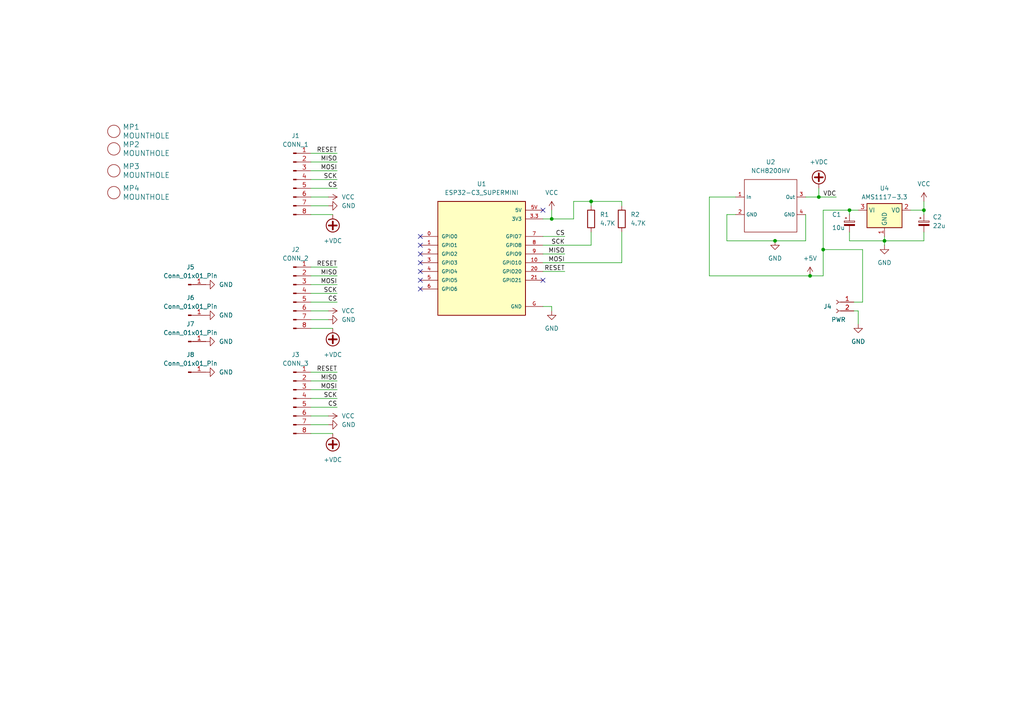
<source format=kicad_sch>
(kicad_sch (version 20230121) (generator eeschema)
  (paper "A4")
  (title_block (date "2017-06-29"))
  (lib_symbols
    (symbol "Connector:Conn_01x01_Pin" (pin_names (offset 1.016) hide)
      (property "Reference" "J" (at 0 2.54 0))
      (property "Value" "Conn_01x01_Pin" (at 0 -2.54 0))
      (symbol "Conn_01x01_Pin_1_1"
        (polyline (pts (xy 1.27 0) (xy 0.8636 0)) (stroke (width 0.1524)))
        (rectangle (start 0.8636 0.127) (end 0 -0.127) (stroke (width 0.1524)) (fill (type outline)))
        (pin passive line (at 5.08 0 180) (length 3.81) (name "Pin_1") (number "1"))
      )
    )
    (symbol "Connector:Conn_01x02_Socket" (pin_names (offset 1.016) hide)
      (property "Reference" "J" (at 0 2.54 0))
      (property "Value" "Conn_01x02_Socket" (at 0 -5.08 0))
      (symbol "Conn_01x02_Socket_1_1"
        (arc (start 0 -2.032) (mid -0.5058 -2.54) (end 0 -3.048) (stroke (width 0.1524)))
        (polyline (pts (xy -1.27 -2.54) (xy -0.508 -2.54)) (stroke (width 0.1524)))
        (polyline (pts (xy -1.27 0) (xy -0.508 0)) (stroke (width 0.1524)))
        (arc (start 0 0.508) (mid -0.5058 0) (end 0 -0.508) (stroke (width 0.1524)))
        (pin passive line (at -5.08 0 0) (length 3.81) (name "Pin_1") (number "1"))
        (pin passive line (at -5.08 -2.54 0) (length 3.81) (name "Pin_2") (number "2"))
      )
    )
    (symbol "Connector:Conn_01x08_Pin" (pin_names (offset 1.016) hide)
      (property "Reference" "J" (at 0 10.16 0))
      (property "Value" "Conn_01x08_Pin" (at 0 -12.7 0))
      (symbol "Conn_01x08_Pin_1_1"
        (polyline (pts (xy 1.27 -10.16) (xy 0.8636 -10.16)) (stroke (width 0.1524)))
        (polyline (pts (xy 1.27 -7.62) (xy 0.8636 -7.62)) (stroke (width 0.1524)))
        (polyline (pts (xy 1.27 -5.08) (xy 0.8636 -5.08)) (stroke (width 0.1524)))
        (polyline (pts (xy 1.27 -2.54) (xy 0.8636 -2.54)) (stroke (width 0.1524)))
        (polyline (pts (xy 1.27 0) (xy 0.8636 0)) (stroke (width 0.1524)))
        (polyline (pts (xy 1.27 2.54) (xy 0.8636 2.54)) (stroke (width 0.1524)))
        (polyline (pts (xy 1.27 5.08) (xy 0.8636 5.08)) (stroke (width 0.1524)))
        (polyline (pts (xy 1.27 7.62) (xy 0.8636 7.62)) (stroke (width 0.1524)))
        (rectangle (start 0.8636 -10.033) (end 0 -10.287) (stroke (width 0.1524)) (fill (type outline)))
        (rectangle (start 0.8636 -7.493) (end 0 -7.747) (stroke (width 0.1524)) (fill (type outline)))
        (rectangle (start 0.8636 -4.953) (end 0 -5.207) (stroke (width 0.1524)) (fill (type outline)))
        (rectangle (start 0.8636 -2.413) (end 0 -2.667) (stroke (width 0.1524)) (fill (type outline)))
        (rectangle (start 0.8636 0.127) (end 0 -0.127) (stroke (width 0.1524)) (fill (type outline)))
        (rectangle (start 0.8636 2.667) (end 0 2.413) (stroke (width 0.1524)) (fill (type outline)))
        (rectangle (start 0.8636 5.207) (end 0 4.953) (stroke (width 0.1524)) (fill (type outline)))
        (rectangle (start 0.8636 7.747) (end 0 7.493) (stroke (width 0.1524)) (fill (type outline)))
        (pin passive line (at 5.08 7.62 180) (length 3.81) (name "Pin_1") (number "1"))
        (pin passive line (at 5.08 5.08 180) (length 3.81) (name "Pin_2") (number "2"))
        (pin passive line (at 5.08 2.54 180) (length 3.81) (name "Pin_3") (number "3"))
        (pin passive line (at 5.08 0 180) (length 3.81) (name "Pin_4") (number "4"))
        (pin passive line (at 5.08 -2.54 180) (length 3.81) (name "Pin_5") (number "5"))
        (pin passive line (at 5.08 -5.08 180) (length 3.81) (name "Pin_6") (number "6"))
        (pin passive line (at 5.08 -7.62 180) (length 3.81) (name "Pin_7") (number "7"))
        (pin passive line (at 5.08 -10.16 180) (length 3.81) (name "Pin_8") (number "8"))
      )
    )
    (symbol "Device:C_Polarized_Small" (pin_numbers hide) (pin_names (offset 0.254) hide)
      (property "Reference" "C" (at 0.254 1.778 0))
      (property "Value" "C_Polarized_Small" (at 0.254 -2.032 0))
      (symbol "C_Polarized_Small_0_1"
        (rectangle (start -1.524 -0.3048) (end 1.524 -0.6858) (fill (type outline)))
        (rectangle (start -1.524 0.6858) (end 1.524 0.3048))
        (polyline (pts (xy -1.27 1.524) (xy -0.762 1.524)))
        (polyline (pts (xy -1.016 1.27) (xy -1.016 1.778)))
      )
      (symbol "C_Polarized_Small_1_1"
        (pin passive line (at 0 2.54 270) (length 1.8542) (name "~") (number "1"))
        (pin passive line (at 0 -2.54 90) (length 1.8542) (name "~") (number "2"))
      )
    )
    (symbol "Device:R" (pin_numbers hide) (pin_names (offset 0))
      (property "Reference" "R" (at 2.032 0 90))
      (property "Value" "R" (at 0 0 90))
      (symbol "R_0_1"
        (rectangle (start -1.016 -2.54) (end 1.016 2.54) (stroke (width 0.254)))
      )
      (symbol "R_1_1"
        (pin passive line (at 0 3.81 270) (length 1.27) (name "~") (number "1"))
        (pin passive line (at 0 -3.81 90) (length 1.27) (name "~") (number "2"))
      )
    )
    (symbol "KevinsLib:ESP32-C3_SUPERMINI" (pin_names (offset 1.016))
      (property "Reference" "U" (at -12.7 16.002 0))
      (property "Value" "ESP32-C3_SUPERMINI" (at -12.7 -20.32 0))
      (symbol "ESP32-C3_SUPERMINI_0_0"
        (rectangle (start -12.7 -17.78) (end 12.7 15.24) (stroke (width 0.254)) (fill (type background)))
        (pin bidirectional line (at -17.78 5.08 0) (length 5.08) (name "GPIO0") (number "0"))
        (pin bidirectional line (at -17.78 2.54 0) (length 5.08) (name "GPIO1") (number "1"))
        (pin bidirectional line (at 17.78 -2.54 180) (length 5.08) (name "GPIO10") (number "10"))
        (pin bidirectional line (at -17.78 0 0) (length 5.08) (name "GPIO2") (number "2"))
        (pin bidirectional line (at 17.78 -5.08 180) (length 5.08) (name "GPIO20") (number "20"))
        (pin bidirectional line (at 17.78 -7.62 180) (length 5.08) (name "GPIO21") (number "21"))
        (pin bidirectional line (at -17.78 -2.54 0) (length 5.08) (name "GPIO3") (number "3"))
        (pin power_in line (at 17.78 10.16 180) (length 5.08) (name "3V3") (number "3.3"))
        (pin bidirectional line (at -17.78 -5.08 0) (length 5.08) (name "GPIO4") (number "4"))
        (pin bidirectional line (at -17.78 -7.62 0) (length 5.08) (name "GPIO5") (number "5"))
        (pin power_in line (at 17.78 12.7 180) (length 5.08) (name "5V") (number "5V"))
        (pin bidirectional line (at -17.78 -10.16 0) (length 5.08) (name "GPIO6") (number "6"))
        (pin bidirectional line (at 17.78 5.08 180) (length 5.08) (name "GPIO7") (number "7"))
        (pin bidirectional line (at 17.78 2.54 180) (length 5.08) (name "GPIO8") (number "8"))
        (pin bidirectional line (at 17.78 0 180) (length 5.08) (name "GPIO9") (number "9"))
        (pin power_in line (at 17.78 -15.24 180) (length 5.08) (name "GND") (number "G"))
      )
    )
    (symbol "KevinsLib:MOUNTHOLE" (pin_names (offset 1.016))
      (property "Reference" "MP" (at 0 -3.81 0))
      (property "Value" "MOUNTHOLE" (at 0 3.81 0))
      (symbol "MOUNTHOLE_0_1"
        (circle (center 0 0) (radius 1.8034))
      )
    )
    (symbol "KevinsLib:NCH8200HV"
      (property "Reference" "U" (at 0 -10.16 0))
      (property "Value" "NCH8200HV" (at 0 0 0))
      (symbol "NCH8200HV_0_1"
        (rectangle (start -7.62 7.62) (end 7.62 -7.62))
      )
      (symbol "NCH8200HV_1_1"
        (pin power_in line (at -10.16 2.54 0) (length 2.54) (name "In") (number "1"))
        (pin passive line (at -10.16 -2.54 0) (length 2.54) (name "GND") (number "2"))
        (pin power_out line (at 10.16 2.54 180) (length 2.54) (name "Out") (number "3"))
        (pin passive line (at 10.16 -2.54 180) (length 2.54) (name "GND") (number "4"))
      )
    )
    (symbol "Regulator_Linear:AMS1117-3.3"
      (property "Reference" "U" (at -3.81 3.175 0))
      (property "Value" "AMS1117-3.3" (at 0 3.175 0))
      (symbol "AMS1117-3.3_0_1"
        (rectangle (start -5.08 -5.08) (end 5.08 1.905) (stroke (width 0.254)) (fill (type background)))
      )
      (symbol "AMS1117-3.3_1_1"
        (pin power_in line (at 0 -7.62 90) (length 2.54) (name "GND") (number "1"))
        (pin power_out line (at 7.62 0 180) (length 2.54) (name "VO") (number "2"))
        (pin power_in line (at -7.62 0 0) (length 2.54) (name "VI") (number "3"))
      )
    )
    (symbol "power:+5V" (power) (pin_names (offset 0))
      (property "Value" "+5V" (at 0 3.556 0))
      (symbol "+5V_0_1"
        (polyline (pts (xy -0.762 1.27) (xy 0 2.54)))
        (polyline (pts (xy 0 0) (xy 0 2.54)))
        (polyline (pts (xy 0 2.54) (xy 0.762 1.27)))
      )
      (symbol "+5V_1_1"
        (pin power_in line (at 0 0 90) (length 0) hide (name "+5V") (number "1"))
      )
    )
    (symbol "power:+VDC" (power) (pin_names (offset 0))
      (property "Value" "+VDC" (at 0 6.35 0))
      (symbol "+VDC_0_1"
        (polyline (pts (xy -1.143 3.175) (xy 1.143 3.175)) (stroke (width 0.508)))
        (polyline (pts (xy 0 0) (xy 0 1.27)))
        (polyline (pts (xy 0 2.032) (xy 0 4.318)) (stroke (width 0.508)))
        (circle (center 0 3.175) (radius 1.905) (stroke (width 0.254)))
      )
      (symbol "+VDC_1_1"
        (pin power_in line (at 0 0 90) (length 0) hide (name "+VDC") (number "1"))
      )
    )
    (symbol "power:GND" (power) (pin_names (offset 0))
      (property "Value" "GND" (at 0 -3.81 0))
      (symbol "GND_0_1"
        (polyline (pts (xy 0 0) (xy 0 -1.27) (xy 1.27 -1.27) (xy 0 -2.54) (xy -1.27 -1.27) (xy 0 -1.27)))
      )
      (symbol "GND_1_1"
        (pin power_in line (at 0 0 270) (length 0) hide (name "GND") (number "1"))
      )
    )
    (symbol "power:VCC" (power) (pin_names (offset 0))
      (property "Value" "VCC" (at 0 3.81 0))
      (symbol "VCC_0_1"
        (polyline (pts (xy -0.762 1.27) (xy 0 2.54)))
        (polyline (pts (xy 0 0) (xy 0 2.54)))
        (polyline (pts (xy 0 2.54) (xy 0.762 1.27)))
      )
      (symbol "VCC_1_1"
        (pin power_in line (at 0 0 90) (length 0) hide (name "VCC") (number "1"))
      )
    )
  )
  (junction (at 267.97 60.96))
  (junction (at 171.45 58.42))
  (junction (at 224.79 69.85))
  (junction (at 246.38 60.96))
  (junction (at 238.76 72.39))
  (junction (at 160.02 63.5))
  (junction (at 237.49 57.15))
  (junction (at 256.54 69.85))
  (junction (at 234.95 80.01))
  (no_connect (at 121.92 68.58))
  (no_connect (at 121.92 78.74))
  (no_connect (at 157.48 60.96))
  (no_connect (at 121.92 83.82))
  (no_connect (at 121.92 81.28))
  (no_connect (at 121.92 71.12))
  (no_connect (at 121.92 76.2))
  (no_connect (at 157.48 81.28))
  (no_connect (at 121.92 73.66))
  (wire (pts (xy 247.65 90.17) (xy 248.92 90.17)))
  (wire (pts (xy 90.17 87.63) (xy 97.79 87.63)))
  (wire (pts (xy 233.68 57.15) (xy 237.49 57.15)))
  (wire (pts (xy 90.17 44.45) (xy 97.79 44.45)))
  (wire (pts (xy 90.17 115.57) (xy 97.79 115.57)))
  (wire (pts (xy 180.34 67.31) (xy 180.34 76.2)))
  (wire (pts (xy 237.49 57.15) (xy 242.57 57.15)))
  (wire (pts (xy 90.17 92.71) (xy 95.25 92.71)))
  (wire (pts (xy 210.82 62.23) (xy 210.82 69.85)))
  (wire (pts (xy 90.17 85.09) (xy 97.79 85.09)))
  (wire (pts (xy 90.17 82.55) (xy 97.79 82.55)))
  (wire (pts (xy 157.48 73.66) (xy 163.83 73.66)))
  (wire (pts (xy 171.45 67.31) (xy 171.45 71.12)))
  (wire (pts (xy 248.92 60.96) (xy 246.38 60.96)))
  (wire (pts (xy 171.45 58.42) (xy 180.34 58.42)))
  (wire (pts (xy 267.97 69.85) (xy 256.54 69.85)))
  (wire (pts (xy 248.92 90.17) (xy 248.92 93.98)))
  (wire (pts (xy 90.17 62.23) (xy 96.52 62.23)))
  (wire (pts (xy 238.76 72.39) (xy 238.76 60.96)))
  (wire (pts (xy 267.97 67.31) (xy 267.97 69.85)))
  (wire (pts (xy 246.38 69.85) (xy 256.54 69.85)))
  (wire (pts (xy 90.17 54.61) (xy 97.79 54.61)))
  (wire (pts (xy 237.49 57.15) (xy 237.49 54.61)))
  (wire (pts (xy 205.74 57.15) (xy 213.36 57.15)))
  (wire (pts (xy 246.38 60.96) (xy 246.38 62.23)))
  (wire (pts (xy 264.16 60.96) (xy 267.97 60.96)))
  (wire (pts (xy 90.17 120.65) (xy 95.25 120.65)))
  (wire (pts (xy 246.38 67.31) (xy 246.38 69.85)))
  (wire (pts (xy 160.02 63.5) (xy 160.02 60.96)))
  (wire (pts (xy 256.54 68.58) (xy 256.54 69.85)))
  (wire (pts (xy 157.48 71.12) (xy 171.45 71.12)))
  (wire (pts (xy 267.97 60.96) (xy 267.97 62.23)))
  (wire (pts (xy 157.48 63.5) (xy 160.02 63.5)))
  (wire (pts (xy 90.17 107.95) (xy 97.79 107.95)))
  (wire (pts (xy 233.68 69.85) (xy 224.79 69.85)))
  (wire (pts (xy 90.17 118.11) (xy 97.79 118.11)))
  (wire (pts (xy 157.48 76.2) (xy 180.34 76.2)))
  (wire (pts (xy 90.17 52.07) (xy 97.79 52.07)))
  (wire (pts (xy 180.34 58.42) (xy 180.34 59.69)))
  (wire (pts (xy 90.17 77.47) (xy 97.79 77.47)))
  (wire (pts (xy 90.17 123.19) (xy 95.25 123.19)))
  (wire (pts (xy 157.48 78.74) (xy 163.83 78.74)))
  (wire (pts (xy 90.17 46.99) (xy 97.79 46.99)))
  (wire (pts (xy 238.76 72.39) (xy 238.76 80.01)))
  (wire (pts (xy 157.48 88.9) (xy 160.02 88.9)))
  (wire (pts (xy 250.19 72.39) (xy 238.76 72.39)))
  (wire (pts (xy 238.76 60.96) (xy 246.38 60.96)))
  (wire (pts (xy 210.82 69.85) (xy 224.79 69.85)))
  (wire (pts (xy 90.17 95.25) (xy 96.52 95.25)))
  (wire (pts (xy 250.19 87.63) (xy 250.19 72.39)))
  (wire (pts (xy 90.17 90.17) (xy 95.25 90.17)))
  (wire (pts (xy 90.17 59.69) (xy 95.25 59.69)))
  (wire (pts (xy 90.17 57.15) (xy 95.25 57.15)))
  (wire (pts (xy 256.54 69.85) (xy 256.54 71.12)))
  (wire (pts (xy 247.65 87.63) (xy 250.19 87.63)))
  (wire (pts (xy 267.97 60.96) (xy 267.97 58.42)))
  (wire (pts (xy 90.17 113.03) (xy 97.79 113.03)))
  (wire (pts (xy 233.68 62.23) (xy 233.68 69.85)))
  (wire (pts (xy 90.17 125.73) (xy 96.52 125.73)))
  (wire (pts (xy 166.37 63.5) (xy 166.37 58.42)))
  (wire (pts (xy 171.45 58.42) (xy 171.45 59.69)))
  (wire (pts (xy 234.95 80.01) (xy 205.74 80.01)))
  (wire (pts (xy 90.17 80.01) (xy 97.79 80.01)))
  (wire (pts (xy 157.48 68.58) (xy 163.83 68.58)))
  (wire (pts (xy 166.37 58.42) (xy 171.45 58.42)))
  (wire (pts (xy 205.74 80.01) (xy 205.74 57.15)))
  (wire (pts (xy 160.02 63.5) (xy 166.37 63.5)))
  (wire (pts (xy 238.76 80.01) (xy 234.95 80.01)))
  (wire (pts (xy 90.17 49.53) (xy 97.79 49.53)))
  (wire (pts (xy 90.17 110.49) (xy 97.79 110.49)))
  (wire (pts (xy 213.36 62.23) (xy 210.82 62.23)))
  (wire (pts (xy 160.02 88.9) (xy 160.02 90.17)))
  (label "SCK" (at 97.79 115.57 180))
  (label "MOSI" (at 97.79 82.55 180))
  (label "SCK" (at 163.83 71.12 180))
  (label "RESET" (at 97.79 44.45 180))
  (label "MOSI" (at 97.79 113.03 180))
  (label "RESET" (at 97.79 77.47 180))
  (label "MISO" (at 97.79 80.01 180))
  (label "MOSI" (at 97.79 49.53 180))
  (label "CS" (at 163.83 68.58 180))
  (label "RESET" (at 163.83 78.74 180))
  (label "MISO" (at 97.79 110.49 180))
  (label "CS" (at 97.79 118.11 180))
  (label "VDC" (at 242.57 57.15 180))
  (label "CS" (at 97.79 54.61 180))
  (label "MOSI" (at 163.83 76.2 180))
  (label "CS" (at 97.79 87.63 180))
  (label "SCK" (at 97.79 85.09 180))
  (label "SCK" (at 97.79 52.07 180))
  (label "MISO" (at 163.83 73.66 180))
  (label "MISO" (at 97.79 46.99 180))
  (label "RESET" (at 97.79 107.95 180))
  (symbol (lib_id "Connector:Conn_01x02_Socket") (at 242.57 87.63 0) (mirror y) (unit 1)
    (property "Reference" "J4" (at 240.03 88.9 0))
    (property "Value" "PWR" (at 243.205 92.71 0))
    (property "Footprint" "Connector_PinSocket_2.54mm:PinSocket_1x02_P2.54mm_Vertical" (effects hide))
  )
  (symbol (lib_id "power:+VDC") (at 96.52 95.25 180) (unit 1)
    (property "Reference" "#PWR014" (effects hide))
    (property "Value" "+VDC" (at 96.52 102.87 0))
  )
  (symbol (lib_id "power:+5V") (at 234.95 80.01 0) (unit 1)
    (property "Reference" "#PWR04" (effects hide))
    (property "Value" "+5V" (at 234.95 74.93 0))
  )
  (symbol (lib_id "power:GND") (at 59.69 82.55 90) (unit 1)
    (property "Reference" "#PWR018" (effects hide))
    (property "Value" "GND" (at 63.5 82.55 90) (effects (justify right)))
  )
  (symbol (lib_id "KevinsLib:MOUNTHOLE") (at 33.02 43.18 0) (unit 1)
    (property "Reference" "MP2" (at 35.56 41.91 0) (effects (font (size 1.524 1.524)) (justify left)))
    (property "Value" "MOUNTHOLE" (at 35.56 44.45 0) (effects (font (size 1.524 1.524)) (justify left)))
    (property "Footprint" "KevinsFootprints:TH-M3" (effects hide))
  )
  (symbol (lib_id "Connector:Conn_01x08_Pin") (at 85.09 115.57 0) (unit 1)
    (property "Reference" "J3" (at 85.725 102.87 0))
    (property "Value" "CONN_3" (at 85.725 105.41 0))
    (property "Footprint" "Connector_JST:JST_PH_B8B-PH-K_1x08_P2.00mm_Vertical" (effects hide))
  )
  (symbol (lib_id "KevinsLib:ESP32-C3_SUPERMINI") (at 139.7 73.66 0) (unit 1)
    (property "Reference" "U1" (at 139.7 53.34 0))
    (property "Value" "ESP32-C3_SUPERMINI" (at 139.7 55.88 0))
    (property "Footprint" "KevinsFootprints:MODULE_ESP32-C3_SUPERMINI" (effects hide))
    (property "MF" "Espressif Systems" (effects hide))
    (property "MAXIMUM_PACKAGE_HEIGHT" "4.2mm" (effects hide))
    (property "Package" "Package" (effects hide))
    (property "Price" "None" (effects hide))
    (property "Check_prices" "https://www.snapeda.com/parts/ESP32-C3%20SuperMini/Espressif+Systems/view-part/?ref=eda" (effects hide))
    (property "STANDARD" "Manufacturer Recommendations" (effects hide))
    (property "SnapEDA_Link" "https://www.snapeda.com/parts/ESP32-C3%20SuperMini/Espressif+Systems/view-part/?ref=snap" (effects hide))
    (property "MP" "ESP32-C3 SuperMini" (effects hide))
    (property "Description" "\nSuper tiny ESP32-C3 board\n" (effects hide))
    (property "Availability" "Not in stock" (effects hide))
    (property "MANUFACTURER" "Espressif" (effects hide))
  )
  (symbol (lib_id "power:VCC") (at 95.25 90.17 270) (unit 1)
    (property "Reference" "#PWR012" (effects hide))
    (property "Value" "VCC" (at 99.06 90.17 90) (effects (justify left)))
  )
  (symbol (lib_id "power:GND") (at 59.69 91.44 90) (unit 1)
    (property "Reference" "#PWR019" (effects hide))
    (property "Value" "GND" (at 63.5 91.44 90) (effects (justify right)))
  )
  (symbol (lib_id "power:GND") (at 160.02 90.17 0) (unit 1)
    (property "Reference" "#PWR08" (effects hide))
    (property "Value" "GND" (at 160.02 95.25 0))
  )
  (symbol (lib_id "KevinsLib:NCH8200HV") (at 223.52 59.69 0) (unit 1)
    (property "Reference" "U2" (at 223.52 46.99 0))
    (property "Value" "NCH8200HV" (at 223.52 49.53 0))
    (property "Footprint" "KevinsFootprints:NCH8200HV" (effects hide))
    (property "Datasheet" "https://d3s5r33r268y59.cloudfront.net/datasheets/21361/2020-09-13-20-20-27/Nixie_DC_Power_Supply_Module_NCH8200HV_Datasheet_EN_v2.0.0.pdf" (effects hide))
  )
  (symbol (lib_id "Connector:Conn_01x01_Pin") (at 54.61 91.44 0) (unit 1)
    (property "Reference" "J6" (at 55.245 86.36 0))
    (property "Value" "Conn_01x01_Pin" (at 55.245 88.9 0))
    (property "Footprint" "Connector_PinSocket_2.54mm:PinSocket_1x01_P2.54mm_Vertical" (effects hide))
  )
  (symbol (lib_id "Regulator_Linear:AMS1117-3.3") (at 256.54 60.96 0) (unit 1)
    (property "Reference" "U4" (at 256.54 54.61 0))
    (property "Value" "AMS1117-3.3" (at 256.54 57.15 0))
    (property "Footprint" "Package_TO_SOT_SMD:SOT-223-3_TabPin2" (effects hide))
    (property "Datasheet" "http://www.advanced-monolithic.com/pdf/ds1117.pdf" (effects hide))
  )
  (symbol (lib_id "KevinsLib:MOUNTHOLE") (at 33.02 55.88 0) (unit 1)
    (property "Reference" "MP4" (at 35.56 54.61 0) (effects (font (size 1.524 1.524)) (justify left)))
    (property "Value" "MOUNTHOLE" (at 35.56 57.15 0) (effects (font (size 1.524 1.524)) (justify left)))
    (property "Footprint" "KevinsFootprints:TH-M3" (effects hide))
  )
  (symbol (lib_id "power:VCC") (at 95.25 120.65 270) (unit 1)
    (property "Reference" "#PWR015" (effects hide))
    (property "Value" "VCC" (at 99.06 120.65 90) (effects (justify left)))
  )
  (symbol (lib_id "Connector:Conn_01x01_Pin") (at 54.61 99.06 0) (unit 1)
    (property "Reference" "J7" (at 55.245 93.98 0))
    (property "Value" "Conn_01x01_Pin" (at 55.245 96.52 0))
    (property "Footprint" "Connector_PinSocket_2.54mm:PinSocket_1x01_P2.54mm_Vertical" (effects hide))
  )
  (symbol (lib_id "Connector:Conn_01x08_Pin") (at 85.09 52.07 0) (unit 1)
    (property "Reference" "J1" (at 85.725 39.37 0))
    (property "Value" "CONN_1" (at 85.725 41.91 0))
    (property "Footprint" "Connector_JST:JST_PH_B8B-PH-K_1x08_P2.00mm_Vertical" (effects hide))
  )
  (symbol (lib_id "power:VCC") (at 267.97 58.42 0) (unit 1)
    (property "Reference" "#PWR02" (effects hide))
    (property "Value" "VCC" (at 267.97 53.34 0))
  )
  (symbol (lib_id "power:VCC") (at 160.02 60.96 0) (unit 1)
    (property "Reference" "#PWR07" (effects hide))
    (property "Value" "VCC" (at 160.02 55.88 0))
  )
  (symbol (lib_id "power:GND") (at 256.54 71.12 0) (unit 1)
    (property "Reference" "#PWR05" (effects hide))
    (property "Value" "GND" (at 256.54 76.2 0))
  )
  (symbol (lib_id "Device:C_Polarized_Small") (at 267.97 64.77 0) (unit 1)
    (property "Reference" "C2" (at 270.51 62.9539 0) (effects (justify left)))
    (property "Value" "22u" (at 270.51 65.4939 0) (effects (justify left)))
    (property "Footprint" "Capacitor_SMD:CP_Elec_6.3x7.7" (effects hide))
  )
  (symbol (lib_id "Connector:Conn_01x01_Pin") (at 54.61 82.55 0) (unit 1)
    (property "Reference" "J5" (at 55.245 77.47 0))
    (property "Value" "Conn_01x01_Pin" (at 55.245 80.01 0))
    (property "Footprint" "Connector_PinSocket_2.54mm:PinSocket_1x01_P2.54mm_Vertical" (effects hide))
  )
  (symbol (lib_id "power:VCC") (at 95.25 57.15 270) (unit 1)
    (property "Reference" "#PWR011" (effects hide))
    (property "Value" "VCC" (at 99.06 57.15 90) (effects (justify left)))
  )
  (symbol (lib_id "Connector:Conn_01x01_Pin") (at 54.61 107.95 0) (unit 1)
    (property "Reference" "J8" (at 55.245 102.87 0))
    (property "Value" "Conn_01x01_Pin" (at 55.245 105.41 0))
    (property "Footprint" "Connector_PinSocket_2.54mm:PinSocket_1x01_P2.54mm_Vertical" (effects hide))
  )
  (symbol (lib_id "power:GND") (at 224.79 69.85 0) (unit 1)
    (property "Reference" "#PWR06" (effects hide))
    (property "Value" "GND" (at 224.79 74.93 0))
  )
  (symbol (lib_id "power:+VDC") (at 96.52 62.23 180) (unit 1)
    (property "Reference" "#PWR09" (effects hide))
    (property "Value" "+VDC" (at 96.52 69.85 0))
  )
  (symbol (lib_id "power:GND") (at 95.25 92.71 90) (unit 1)
    (property "Reference" "#PWR013" (effects hide))
    (property "Value" "GND" (at 99.06 92.71 90) (effects (justify right)))
  )
  (symbol (lib_id "power:+VDC") (at 96.52 125.73 180) (unit 1)
    (property "Reference" "#PWR017" (effects hide))
    (property "Value" "+VDC" (at 96.52 133.35 0))
  )
  (symbol (lib_id "power:GND") (at 59.69 107.95 90) (unit 1)
    (property "Reference" "#PWR021" (effects hide))
    (property "Value" "GND" (at 63.5 107.95 90) (effects (justify right)))
  )
  (symbol (lib_id "power:GND") (at 248.92 93.98 0) (unit 1)
    (property "Reference" "#PWR01" (effects hide))
    (property "Value" "GND" (at 248.92 99.06 0))
  )
  (symbol (lib_id "KevinsLib:MOUNTHOLE") (at 33.02 49.53 0) (unit 1)
    (property "Reference" "MP3" (at 35.56 48.26 0) (effects (font (size 1.524 1.524)) (justify left)))
    (property "Value" "MOUNTHOLE" (at 35.56 50.8 0) (effects (font (size 1.524 1.524)) (justify left)))
    (property "Footprint" "KevinsFootprints:TH-M3" (effects hide))
  )
  (symbol (lib_id "power:GND") (at 95.25 123.19 90) (unit 1)
    (property "Reference" "#PWR016" (effects hide))
    (property "Value" "GND" (at 99.06 123.19 90) (effects (justify right)))
  )
  (symbol (lib_id "Device:R") (at 180.34 63.5 0) (unit 1)
    (property "Reference" "R2" (at 182.88 62.23 0) (effects (justify left)))
    (property "Value" "4.7K" (at 182.88 64.77 0) (effects (justify left)))
    (property "Footprint" "Resistor_SMD:R_0805_2012Metric_Pad1.20x1.40mm_HandSolder" (effects hide))
  )
  (symbol (lib_id "KevinsLib:MOUNTHOLE") (at 33.02 38.1 0) (unit 1)
    (property "Reference" "MP1" (at 35.56 36.83 0) (effects (font (size 1.524 1.524)) (justify left)))
    (property "Value" "MOUNTHOLE" (at 35.56 39.37 0) (effects (font (size 1.524 1.524)) (justify left)))
    (property "Footprint" "KevinsFootprints:TH-M3" (effects hide))
  )
  (symbol (lib_id "Connector:Conn_01x08_Pin") (at 85.09 85.09 0) (unit 1)
    (property "Reference" "J2" (at 85.725 72.39 0))
    (property "Value" "CONN_2" (at 85.725 74.93 0))
    (property "Footprint" "Connector_JST:JST_PH_B8B-PH-K_1x08_P2.00mm_Vertical" (effects hide))
  )
  (symbol (lib_id "Device:C_Polarized_Small") (at 246.38 64.77 0) (unit 1)
    (property "Reference" "C1" (at 241.3 62.23 0) (effects (justify left)))
    (property "Value" "10u" (at 241.3 66.04 0) (effects (justify left)))
    (property "Footprint" "Capacitor_SMD:CP_Elec_5x5.3" (effects hide))
  )
  (symbol (lib_id "power:GND") (at 59.69 99.06 90) (unit 1)
    (property "Reference" "#PWR020" (effects hide))
    (property "Value" "GND" (at 63.5 99.06 90) (effects (justify right)))
  )
  (symbol (lib_id "Device:R") (at 171.45 63.5 0) (unit 1)
    (property "Reference" "R1" (at 173.99 62.23 0) (effects (justify left)))
    (property "Value" "4.7K" (at 173.99 64.77 0) (effects (justify left)))
    (property "Footprint" "Resistor_SMD:R_0805_2012Metric_Pad1.20x1.40mm_HandSolder" (effects hide))
  )
  (symbol (lib_id "power:+VDC") (at 237.49 54.61 0) (unit 1)
    (property "Reference" "#PWR03" (effects hide))
    (property "Value" "+VDC" (at 237.49 46.99 0))
  )
  (symbol (lib_id "power:GND") (at 95.25 59.69 90) (unit 1)
    (property "Reference" "#PWR010" (effects hide))
    (property "Value" "GND" (at 99.06 59.69 90) (effects (justify right)))
  )
)
</source>
